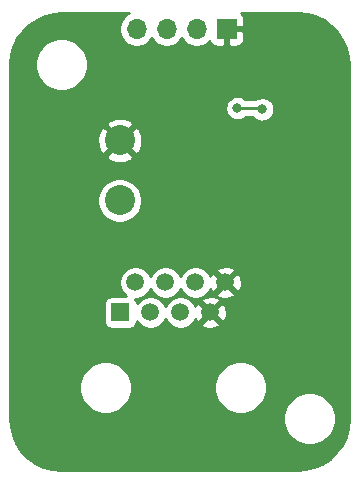
<source format=gbr>
%TF.GenerationSoftware,KiCad,Pcbnew,5.1.6-1.fc32*%
%TF.CreationDate,2020-09-22T21:16:30+01:00*%
%TF.ProjectId,ACNodeAdaptor,41434e6f-6465-4416-9461-70746f722e6b,rev?*%
%TF.SameCoordinates,Original*%
%TF.FileFunction,Copper,L2,Bot*%
%TF.FilePolarity,Positive*%
%FSLAX46Y46*%
G04 Gerber Fmt 4.6, Leading zero omitted, Abs format (unit mm)*
G04 Created by KiCad (PCBNEW 5.1.6-1.fc32) date 2020-09-22 21:16:30*
%MOMM*%
%LPD*%
G01*
G04 APERTURE LIST*
%TA.AperFunction,ComponentPad*%
%ADD10C,2.540000*%
%TD*%
%TA.AperFunction,ComponentPad*%
%ADD11C,1.500000*%
%TD*%
%TA.AperFunction,ComponentPad*%
%ADD12R,1.500000X1.500000*%
%TD*%
%TA.AperFunction,ComponentPad*%
%ADD13O,1.700000X1.700000*%
%TD*%
%TA.AperFunction,ComponentPad*%
%ADD14R,1.700000X1.700000*%
%TD*%
%TA.AperFunction,ViaPad*%
%ADD15C,0.800000*%
%TD*%
%TA.AperFunction,Conductor*%
%ADD16C,0.250000*%
%TD*%
%TA.AperFunction,Conductor*%
%ADD17C,0.254000*%
%TD*%
G04 APERTURE END LIST*
D10*
%TO.P,J1,2*%
%TO.N,+12V*%
X139950000Y-86520000D03*
%TO.P,J1,1*%
%TO.N,GND*%
X139950000Y-81440000D03*
%TD*%
D11*
%TO.P,J3,8*%
%TO.N,GND*%
X148890000Y-93460000D03*
%TO.P,J3,7*%
X147620000Y-96000000D03*
%TO.P,J3,6*%
%TO.N,Net-(J3-Pad6)*%
X146350000Y-93460000D03*
%TO.P,J3,5*%
%TO.N,+12V*%
X145080000Y-96000000D03*
%TO.P,J3,4*%
X143810000Y-93460000D03*
%TO.P,J3,3*%
%TO.N,Net-(J3-Pad3)*%
X142540000Y-96000000D03*
%TO.P,J3,2*%
%TO.N,Net-(J3-Pad2)*%
X141270000Y-93460000D03*
D12*
%TO.P,J3,1*%
%TO.N,Net-(J3-Pad1)*%
X140000000Y-96000000D03*
%TD*%
D13*
%TO.P,J2,4*%
%TO.N,Net-(J2-Pad4)*%
X141380000Y-72000000D03*
%TO.P,J2,3*%
%TO.N,Net-(J2-Pad3)*%
X143920000Y-72000000D03*
%TO.P,J2,2*%
%TO.N,+5V*%
X146460000Y-72000000D03*
D14*
%TO.P,J2,1*%
%TO.N,GND*%
X149000000Y-72000000D03*
%TD*%
D15*
%TO.N,GND*%
X147000000Y-80000000D03*
X158000000Y-82000000D03*
X152200000Y-80100000D03*
%TO.N,Net-(J2-Pad3)*%
X149900000Y-78700000D03*
X152000000Y-78800000D03*
%TD*%
D16*
%TO.N,Net-(J2-Pad3)*%
X149900000Y-78700000D02*
X151900000Y-78700000D01*
X151900000Y-78700000D02*
X152000000Y-78800000D01*
%TD*%
D17*
%TO.N,GND*%
G36*
X140676589Y-70684010D02*
G01*
X140433368Y-70846525D01*
X140226525Y-71053368D01*
X140064010Y-71296589D01*
X139952068Y-71566842D01*
X139895000Y-71853740D01*
X139895000Y-72146260D01*
X139952068Y-72433158D01*
X140064010Y-72703411D01*
X140226525Y-72946632D01*
X140433368Y-73153475D01*
X140676589Y-73315990D01*
X140946842Y-73427932D01*
X141233740Y-73485000D01*
X141526260Y-73485000D01*
X141813158Y-73427932D01*
X142083411Y-73315990D01*
X142326632Y-73153475D01*
X142533475Y-72946632D01*
X142650000Y-72772240D01*
X142766525Y-72946632D01*
X142973368Y-73153475D01*
X143216589Y-73315990D01*
X143486842Y-73427932D01*
X143773740Y-73485000D01*
X144066260Y-73485000D01*
X144353158Y-73427932D01*
X144623411Y-73315990D01*
X144866632Y-73153475D01*
X145073475Y-72946632D01*
X145190000Y-72772240D01*
X145306525Y-72946632D01*
X145513368Y-73153475D01*
X145756589Y-73315990D01*
X146026842Y-73427932D01*
X146313740Y-73485000D01*
X146606260Y-73485000D01*
X146893158Y-73427932D01*
X147163411Y-73315990D01*
X147406632Y-73153475D01*
X147538487Y-73021620D01*
X147560498Y-73094180D01*
X147619463Y-73204494D01*
X147698815Y-73301185D01*
X147795506Y-73380537D01*
X147905820Y-73439502D01*
X148025518Y-73475812D01*
X148150000Y-73488072D01*
X148714250Y-73485000D01*
X148873000Y-73326250D01*
X148873000Y-72127000D01*
X149127000Y-72127000D01*
X149127000Y-73326250D01*
X149285750Y-73485000D01*
X149850000Y-73488072D01*
X149974482Y-73475812D01*
X150094180Y-73439502D01*
X150204494Y-73380537D01*
X150301185Y-73301185D01*
X150380537Y-73204494D01*
X150439502Y-73094180D01*
X150475812Y-72974482D01*
X150488072Y-72850000D01*
X150485000Y-72285750D01*
X150326250Y-72127000D01*
X149127000Y-72127000D01*
X148873000Y-72127000D01*
X148853000Y-72127000D01*
X148853000Y-71873000D01*
X148873000Y-71873000D01*
X148873000Y-71853000D01*
X149127000Y-71853000D01*
X149127000Y-71873000D01*
X150326250Y-71873000D01*
X150485000Y-71714250D01*
X150488072Y-71150000D01*
X150475812Y-71025518D01*
X150439502Y-70905820D01*
X150380537Y-70795506D01*
X150301185Y-70698815D01*
X150253889Y-70660000D01*
X154970608Y-70660000D01*
X155768083Y-70731173D01*
X156511891Y-70934656D01*
X157207905Y-71266638D01*
X157834130Y-71716626D01*
X158370777Y-72270403D01*
X158800871Y-72910451D01*
X159110829Y-73616553D01*
X159292065Y-74371457D01*
X159340000Y-75024207D01*
X159340001Y-104970597D01*
X159268827Y-105768083D01*
X159065344Y-106511890D01*
X158733363Y-107207904D01*
X158283374Y-107834130D01*
X157729597Y-108370777D01*
X157089549Y-108800871D01*
X156383447Y-109110829D01*
X155628543Y-109292065D01*
X154975793Y-109340000D01*
X135029392Y-109340000D01*
X134231917Y-109268827D01*
X133488110Y-109065344D01*
X132792096Y-108733363D01*
X132165870Y-108283374D01*
X131629223Y-107729597D01*
X131199129Y-107089549D01*
X130889171Y-106383447D01*
X130707935Y-105628543D01*
X130660000Y-104975793D01*
X130660000Y-104779872D01*
X153765000Y-104779872D01*
X153765000Y-105220128D01*
X153850890Y-105651925D01*
X154019369Y-106058669D01*
X154263962Y-106424729D01*
X154575271Y-106736038D01*
X154941331Y-106980631D01*
X155348075Y-107149110D01*
X155779872Y-107235000D01*
X156220128Y-107235000D01*
X156651925Y-107149110D01*
X157058669Y-106980631D01*
X157424729Y-106736038D01*
X157736038Y-106424729D01*
X157980631Y-106058669D01*
X158149110Y-105651925D01*
X158235000Y-105220128D01*
X158235000Y-104779872D01*
X158149110Y-104348075D01*
X157980631Y-103941331D01*
X157736038Y-103575271D01*
X157424729Y-103263962D01*
X157058669Y-103019369D01*
X156651925Y-102850890D01*
X156220128Y-102765000D01*
X155779872Y-102765000D01*
X155348075Y-102850890D01*
X154941331Y-103019369D01*
X154575271Y-103263962D01*
X154263962Y-103575271D01*
X154019369Y-103941331D01*
X153850890Y-104348075D01*
X153765000Y-104779872D01*
X130660000Y-104779872D01*
X130660000Y-102129872D01*
X136495000Y-102129872D01*
X136495000Y-102570128D01*
X136580890Y-103001925D01*
X136749369Y-103408669D01*
X136993962Y-103774729D01*
X137305271Y-104086038D01*
X137671331Y-104330631D01*
X138078075Y-104499110D01*
X138509872Y-104585000D01*
X138950128Y-104585000D01*
X139381925Y-104499110D01*
X139788669Y-104330631D01*
X140154729Y-104086038D01*
X140466038Y-103774729D01*
X140710631Y-103408669D01*
X140879110Y-103001925D01*
X140965000Y-102570128D01*
X140965000Y-102129872D01*
X147925000Y-102129872D01*
X147925000Y-102570128D01*
X148010890Y-103001925D01*
X148179369Y-103408669D01*
X148423962Y-103774729D01*
X148735271Y-104086038D01*
X149101331Y-104330631D01*
X149508075Y-104499110D01*
X149939872Y-104585000D01*
X150380128Y-104585000D01*
X150811925Y-104499110D01*
X151218669Y-104330631D01*
X151584729Y-104086038D01*
X151896038Y-103774729D01*
X152140631Y-103408669D01*
X152309110Y-103001925D01*
X152395000Y-102570128D01*
X152395000Y-102129872D01*
X152309110Y-101698075D01*
X152140631Y-101291331D01*
X151896038Y-100925271D01*
X151584729Y-100613962D01*
X151218669Y-100369369D01*
X150811925Y-100200890D01*
X150380128Y-100115000D01*
X149939872Y-100115000D01*
X149508075Y-100200890D01*
X149101331Y-100369369D01*
X148735271Y-100613962D01*
X148423962Y-100925271D01*
X148179369Y-101291331D01*
X148010890Y-101698075D01*
X147925000Y-102129872D01*
X140965000Y-102129872D01*
X140879110Y-101698075D01*
X140710631Y-101291331D01*
X140466038Y-100925271D01*
X140154729Y-100613962D01*
X139788669Y-100369369D01*
X139381925Y-100200890D01*
X138950128Y-100115000D01*
X138509872Y-100115000D01*
X138078075Y-100200890D01*
X137671331Y-100369369D01*
X137305271Y-100613962D01*
X136993962Y-100925271D01*
X136749369Y-101291331D01*
X136580890Y-101698075D01*
X136495000Y-102129872D01*
X130660000Y-102129872D01*
X130660000Y-95250000D01*
X138611928Y-95250000D01*
X138611928Y-96750000D01*
X138624188Y-96874482D01*
X138660498Y-96994180D01*
X138719463Y-97104494D01*
X138798815Y-97201185D01*
X138895506Y-97280537D01*
X139005820Y-97339502D01*
X139125518Y-97375812D01*
X139250000Y-97388072D01*
X140750000Y-97388072D01*
X140874482Y-97375812D01*
X140994180Y-97339502D01*
X141104494Y-97280537D01*
X141201185Y-97201185D01*
X141280537Y-97104494D01*
X141339502Y-96994180D01*
X141375812Y-96874482D01*
X141386445Y-96766517D01*
X141464201Y-96882886D01*
X141657114Y-97075799D01*
X141883957Y-97227371D01*
X142136011Y-97331775D01*
X142403589Y-97385000D01*
X142676411Y-97385000D01*
X142943989Y-97331775D01*
X143196043Y-97227371D01*
X143422886Y-97075799D01*
X143615799Y-96882886D01*
X143767371Y-96656043D01*
X143810000Y-96553127D01*
X143852629Y-96656043D01*
X144004201Y-96882886D01*
X144197114Y-97075799D01*
X144423957Y-97227371D01*
X144676011Y-97331775D01*
X144943589Y-97385000D01*
X145216411Y-97385000D01*
X145483989Y-97331775D01*
X145736043Y-97227371D01*
X145962886Y-97075799D01*
X146081692Y-96956993D01*
X146842612Y-96956993D01*
X146908137Y-97195860D01*
X147155116Y-97311760D01*
X147419960Y-97377250D01*
X147692492Y-97389812D01*
X147962238Y-97348965D01*
X148218832Y-97256277D01*
X148331863Y-97195860D01*
X148397388Y-96956993D01*
X147620000Y-96179605D01*
X146842612Y-96956993D01*
X146081692Y-96956993D01*
X146155799Y-96882886D01*
X146307371Y-96656043D01*
X146348511Y-96556721D01*
X146363723Y-96598832D01*
X146424140Y-96711863D01*
X146663007Y-96777388D01*
X147440395Y-96000000D01*
X147799605Y-96000000D01*
X148576993Y-96777388D01*
X148815860Y-96711863D01*
X148931760Y-96464884D01*
X148997250Y-96200040D01*
X149009812Y-95927508D01*
X148968965Y-95657762D01*
X148876277Y-95401168D01*
X148815860Y-95288137D01*
X148576993Y-95222612D01*
X147799605Y-96000000D01*
X147440395Y-96000000D01*
X146663007Y-95222612D01*
X146424140Y-95288137D01*
X146349836Y-95446477D01*
X146307371Y-95343957D01*
X146155799Y-95117114D01*
X146081692Y-95043007D01*
X146842612Y-95043007D01*
X147620000Y-95820395D01*
X148397388Y-95043007D01*
X148331863Y-94804140D01*
X148084884Y-94688240D01*
X147820040Y-94622750D01*
X147547508Y-94610188D01*
X147277762Y-94651035D01*
X147021168Y-94743723D01*
X146908137Y-94804140D01*
X146842612Y-95043007D01*
X146081692Y-95043007D01*
X145962886Y-94924201D01*
X145736043Y-94772629D01*
X145483989Y-94668225D01*
X145216411Y-94615000D01*
X144943589Y-94615000D01*
X144676011Y-94668225D01*
X144423957Y-94772629D01*
X144197114Y-94924201D01*
X144004201Y-95117114D01*
X143852629Y-95343957D01*
X143810000Y-95446873D01*
X143767371Y-95343957D01*
X143615799Y-95117114D01*
X143422886Y-94924201D01*
X143196043Y-94772629D01*
X142943989Y-94668225D01*
X142676411Y-94615000D01*
X142403589Y-94615000D01*
X142136011Y-94668225D01*
X141883957Y-94772629D01*
X141657114Y-94924201D01*
X141464201Y-95117114D01*
X141386445Y-95233483D01*
X141375812Y-95125518D01*
X141339502Y-95005820D01*
X141280537Y-94895506D01*
X141239088Y-94845000D01*
X141406411Y-94845000D01*
X141673989Y-94791775D01*
X141926043Y-94687371D01*
X142152886Y-94535799D01*
X142345799Y-94342886D01*
X142497371Y-94116043D01*
X142540000Y-94013127D01*
X142582629Y-94116043D01*
X142734201Y-94342886D01*
X142927114Y-94535799D01*
X143153957Y-94687371D01*
X143406011Y-94791775D01*
X143673589Y-94845000D01*
X143946411Y-94845000D01*
X144213989Y-94791775D01*
X144466043Y-94687371D01*
X144692886Y-94535799D01*
X144885799Y-94342886D01*
X145037371Y-94116043D01*
X145080000Y-94013127D01*
X145122629Y-94116043D01*
X145274201Y-94342886D01*
X145467114Y-94535799D01*
X145693957Y-94687371D01*
X145946011Y-94791775D01*
X146213589Y-94845000D01*
X146486411Y-94845000D01*
X146753989Y-94791775D01*
X147006043Y-94687371D01*
X147232886Y-94535799D01*
X147351692Y-94416993D01*
X148112612Y-94416993D01*
X148178137Y-94655860D01*
X148425116Y-94771760D01*
X148689960Y-94837250D01*
X148962492Y-94849812D01*
X149232238Y-94808965D01*
X149488832Y-94716277D01*
X149601863Y-94655860D01*
X149667388Y-94416993D01*
X148890000Y-93639605D01*
X148112612Y-94416993D01*
X147351692Y-94416993D01*
X147425799Y-94342886D01*
X147577371Y-94116043D01*
X147618511Y-94016721D01*
X147633723Y-94058832D01*
X147694140Y-94171863D01*
X147933007Y-94237388D01*
X148710395Y-93460000D01*
X149069605Y-93460000D01*
X149846993Y-94237388D01*
X150085860Y-94171863D01*
X150201760Y-93924884D01*
X150267250Y-93660040D01*
X150279812Y-93387508D01*
X150238965Y-93117762D01*
X150146277Y-92861168D01*
X150085860Y-92748137D01*
X149846993Y-92682612D01*
X149069605Y-93460000D01*
X148710395Y-93460000D01*
X147933007Y-92682612D01*
X147694140Y-92748137D01*
X147619836Y-92906477D01*
X147577371Y-92803957D01*
X147425799Y-92577114D01*
X147351692Y-92503007D01*
X148112612Y-92503007D01*
X148890000Y-93280395D01*
X149667388Y-92503007D01*
X149601863Y-92264140D01*
X149354884Y-92148240D01*
X149090040Y-92082750D01*
X148817508Y-92070188D01*
X148547762Y-92111035D01*
X148291168Y-92203723D01*
X148178137Y-92264140D01*
X148112612Y-92503007D01*
X147351692Y-92503007D01*
X147232886Y-92384201D01*
X147006043Y-92232629D01*
X146753989Y-92128225D01*
X146486411Y-92075000D01*
X146213589Y-92075000D01*
X145946011Y-92128225D01*
X145693957Y-92232629D01*
X145467114Y-92384201D01*
X145274201Y-92577114D01*
X145122629Y-92803957D01*
X145080000Y-92906873D01*
X145037371Y-92803957D01*
X144885799Y-92577114D01*
X144692886Y-92384201D01*
X144466043Y-92232629D01*
X144213989Y-92128225D01*
X143946411Y-92075000D01*
X143673589Y-92075000D01*
X143406011Y-92128225D01*
X143153957Y-92232629D01*
X142927114Y-92384201D01*
X142734201Y-92577114D01*
X142582629Y-92803957D01*
X142540000Y-92906873D01*
X142497371Y-92803957D01*
X142345799Y-92577114D01*
X142152886Y-92384201D01*
X141926043Y-92232629D01*
X141673989Y-92128225D01*
X141406411Y-92075000D01*
X141133589Y-92075000D01*
X140866011Y-92128225D01*
X140613957Y-92232629D01*
X140387114Y-92384201D01*
X140194201Y-92577114D01*
X140042629Y-92803957D01*
X139938225Y-93056011D01*
X139885000Y-93323589D01*
X139885000Y-93596411D01*
X139938225Y-93863989D01*
X140042629Y-94116043D01*
X140194201Y-94342886D01*
X140387114Y-94535799D01*
X140501049Y-94611928D01*
X139250000Y-94611928D01*
X139125518Y-94624188D01*
X139005820Y-94660498D01*
X138895506Y-94719463D01*
X138798815Y-94798815D01*
X138719463Y-94895506D01*
X138660498Y-95005820D01*
X138624188Y-95125518D01*
X138611928Y-95250000D01*
X130660000Y-95250000D01*
X130660000Y-86332374D01*
X138045000Y-86332374D01*
X138045000Y-86707626D01*
X138118209Y-87075668D01*
X138261811Y-87422356D01*
X138470290Y-87734366D01*
X138735634Y-87999710D01*
X139047644Y-88208189D01*
X139394332Y-88351791D01*
X139762374Y-88425000D01*
X140137626Y-88425000D01*
X140505668Y-88351791D01*
X140852356Y-88208189D01*
X141164366Y-87999710D01*
X141429710Y-87734366D01*
X141638189Y-87422356D01*
X141781791Y-87075668D01*
X141855000Y-86707626D01*
X141855000Y-86332374D01*
X141781791Y-85964332D01*
X141638189Y-85617644D01*
X141429710Y-85305634D01*
X141164366Y-85040290D01*
X140852356Y-84831811D01*
X140505668Y-84688209D01*
X140137626Y-84615000D01*
X139762374Y-84615000D01*
X139394332Y-84688209D01*
X139047644Y-84831811D01*
X138735634Y-85040290D01*
X138470290Y-85305634D01*
X138261811Y-85617644D01*
X138118209Y-85964332D01*
X138045000Y-86332374D01*
X130660000Y-86332374D01*
X130660000Y-82767852D01*
X138801753Y-82767852D01*
X138930076Y-83059871D01*
X139265695Y-83227723D01*
X139627611Y-83326874D01*
X140001916Y-83353514D01*
X140374227Y-83306618D01*
X140730235Y-83187988D01*
X140969924Y-83059871D01*
X141098247Y-82767852D01*
X139950000Y-81619605D01*
X138801753Y-82767852D01*
X130660000Y-82767852D01*
X130660000Y-81491916D01*
X138036486Y-81491916D01*
X138083382Y-81864227D01*
X138202012Y-82220235D01*
X138330129Y-82459924D01*
X138622148Y-82588247D01*
X139770395Y-81440000D01*
X140129605Y-81440000D01*
X141277852Y-82588247D01*
X141569871Y-82459924D01*
X141737723Y-82124305D01*
X141836874Y-81762389D01*
X141863514Y-81388084D01*
X141816618Y-81015773D01*
X141697988Y-80659765D01*
X141569871Y-80420076D01*
X141277852Y-80291753D01*
X140129605Y-81440000D01*
X139770395Y-81440000D01*
X138622148Y-80291753D01*
X138330129Y-80420076D01*
X138162277Y-80755695D01*
X138063126Y-81117611D01*
X138036486Y-81491916D01*
X130660000Y-81491916D01*
X130660000Y-80112148D01*
X138801753Y-80112148D01*
X139950000Y-81260395D01*
X141098247Y-80112148D01*
X140969924Y-79820129D01*
X140634305Y-79652277D01*
X140272389Y-79553126D01*
X139898084Y-79526486D01*
X139525773Y-79573382D01*
X139169765Y-79692012D01*
X138930076Y-79820129D01*
X138801753Y-80112148D01*
X130660000Y-80112148D01*
X130660000Y-78598061D01*
X148865000Y-78598061D01*
X148865000Y-78801939D01*
X148904774Y-79001898D01*
X148982795Y-79190256D01*
X149096063Y-79359774D01*
X149240226Y-79503937D01*
X149409744Y-79617205D01*
X149598102Y-79695226D01*
X149798061Y-79735000D01*
X150001939Y-79735000D01*
X150201898Y-79695226D01*
X150390256Y-79617205D01*
X150559774Y-79503937D01*
X150603711Y-79460000D01*
X151196289Y-79460000D01*
X151340226Y-79603937D01*
X151509744Y-79717205D01*
X151698102Y-79795226D01*
X151898061Y-79835000D01*
X152101939Y-79835000D01*
X152301898Y-79795226D01*
X152490256Y-79717205D01*
X152659774Y-79603937D01*
X152803937Y-79459774D01*
X152917205Y-79290256D01*
X152995226Y-79101898D01*
X153035000Y-78901939D01*
X153035000Y-78698061D01*
X152995226Y-78498102D01*
X152917205Y-78309744D01*
X152803937Y-78140226D01*
X152659774Y-77996063D01*
X152490256Y-77882795D01*
X152301898Y-77804774D01*
X152101939Y-77765000D01*
X151898061Y-77765000D01*
X151698102Y-77804774D01*
X151509744Y-77882795D01*
X151424130Y-77940000D01*
X150603711Y-77940000D01*
X150559774Y-77896063D01*
X150390256Y-77782795D01*
X150201898Y-77704774D01*
X150001939Y-77665000D01*
X149798061Y-77665000D01*
X149598102Y-77704774D01*
X149409744Y-77782795D01*
X149240226Y-77896063D01*
X149096063Y-78040226D01*
X148982795Y-78209744D01*
X148904774Y-78398102D01*
X148865000Y-78598061D01*
X130660000Y-78598061D01*
X130660000Y-75029392D01*
X130682269Y-74779872D01*
X132765000Y-74779872D01*
X132765000Y-75220128D01*
X132850890Y-75651925D01*
X133019369Y-76058669D01*
X133263962Y-76424729D01*
X133575271Y-76736038D01*
X133941331Y-76980631D01*
X134348075Y-77149110D01*
X134779872Y-77235000D01*
X135220128Y-77235000D01*
X135651925Y-77149110D01*
X136058669Y-76980631D01*
X136424729Y-76736038D01*
X136736038Y-76424729D01*
X136980631Y-76058669D01*
X137149110Y-75651925D01*
X137235000Y-75220128D01*
X137235000Y-74779872D01*
X137149110Y-74348075D01*
X136980631Y-73941331D01*
X136736038Y-73575271D01*
X136424729Y-73263962D01*
X136058669Y-73019369D01*
X135651925Y-72850890D01*
X135220128Y-72765000D01*
X134779872Y-72765000D01*
X134348075Y-72850890D01*
X133941331Y-73019369D01*
X133575271Y-73263962D01*
X133263962Y-73575271D01*
X133019369Y-73941331D01*
X132850890Y-74348075D01*
X132765000Y-74779872D01*
X130682269Y-74779872D01*
X130731173Y-74231917D01*
X130934656Y-73488109D01*
X131266638Y-72792095D01*
X131716626Y-72165870D01*
X132270403Y-71629223D01*
X132910451Y-71199129D01*
X133616553Y-70889171D01*
X134371457Y-70707935D01*
X135024207Y-70660000D01*
X140734555Y-70660000D01*
X140676589Y-70684010D01*
G37*
X140676589Y-70684010D02*
X140433368Y-70846525D01*
X140226525Y-71053368D01*
X140064010Y-71296589D01*
X139952068Y-71566842D01*
X139895000Y-71853740D01*
X139895000Y-72146260D01*
X139952068Y-72433158D01*
X140064010Y-72703411D01*
X140226525Y-72946632D01*
X140433368Y-73153475D01*
X140676589Y-73315990D01*
X140946842Y-73427932D01*
X141233740Y-73485000D01*
X141526260Y-73485000D01*
X141813158Y-73427932D01*
X142083411Y-73315990D01*
X142326632Y-73153475D01*
X142533475Y-72946632D01*
X142650000Y-72772240D01*
X142766525Y-72946632D01*
X142973368Y-73153475D01*
X143216589Y-73315990D01*
X143486842Y-73427932D01*
X143773740Y-73485000D01*
X144066260Y-73485000D01*
X144353158Y-73427932D01*
X144623411Y-73315990D01*
X144866632Y-73153475D01*
X145073475Y-72946632D01*
X145190000Y-72772240D01*
X145306525Y-72946632D01*
X145513368Y-73153475D01*
X145756589Y-73315990D01*
X146026842Y-73427932D01*
X146313740Y-73485000D01*
X146606260Y-73485000D01*
X146893158Y-73427932D01*
X147163411Y-73315990D01*
X147406632Y-73153475D01*
X147538487Y-73021620D01*
X147560498Y-73094180D01*
X147619463Y-73204494D01*
X147698815Y-73301185D01*
X147795506Y-73380537D01*
X147905820Y-73439502D01*
X148025518Y-73475812D01*
X148150000Y-73488072D01*
X148714250Y-73485000D01*
X148873000Y-73326250D01*
X148873000Y-72127000D01*
X149127000Y-72127000D01*
X149127000Y-73326250D01*
X149285750Y-73485000D01*
X149850000Y-73488072D01*
X149974482Y-73475812D01*
X150094180Y-73439502D01*
X150204494Y-73380537D01*
X150301185Y-73301185D01*
X150380537Y-73204494D01*
X150439502Y-73094180D01*
X150475812Y-72974482D01*
X150488072Y-72850000D01*
X150485000Y-72285750D01*
X150326250Y-72127000D01*
X149127000Y-72127000D01*
X148873000Y-72127000D01*
X148853000Y-72127000D01*
X148853000Y-71873000D01*
X148873000Y-71873000D01*
X148873000Y-71853000D01*
X149127000Y-71853000D01*
X149127000Y-71873000D01*
X150326250Y-71873000D01*
X150485000Y-71714250D01*
X150488072Y-71150000D01*
X150475812Y-71025518D01*
X150439502Y-70905820D01*
X150380537Y-70795506D01*
X150301185Y-70698815D01*
X150253889Y-70660000D01*
X154970608Y-70660000D01*
X155768083Y-70731173D01*
X156511891Y-70934656D01*
X157207905Y-71266638D01*
X157834130Y-71716626D01*
X158370777Y-72270403D01*
X158800871Y-72910451D01*
X159110829Y-73616553D01*
X159292065Y-74371457D01*
X159340000Y-75024207D01*
X159340001Y-104970597D01*
X159268827Y-105768083D01*
X159065344Y-106511890D01*
X158733363Y-107207904D01*
X158283374Y-107834130D01*
X157729597Y-108370777D01*
X157089549Y-108800871D01*
X156383447Y-109110829D01*
X155628543Y-109292065D01*
X154975793Y-109340000D01*
X135029392Y-109340000D01*
X134231917Y-109268827D01*
X133488110Y-109065344D01*
X132792096Y-108733363D01*
X132165870Y-108283374D01*
X131629223Y-107729597D01*
X131199129Y-107089549D01*
X130889171Y-106383447D01*
X130707935Y-105628543D01*
X130660000Y-104975793D01*
X130660000Y-104779872D01*
X153765000Y-104779872D01*
X153765000Y-105220128D01*
X153850890Y-105651925D01*
X154019369Y-106058669D01*
X154263962Y-106424729D01*
X154575271Y-106736038D01*
X154941331Y-106980631D01*
X155348075Y-107149110D01*
X155779872Y-107235000D01*
X156220128Y-107235000D01*
X156651925Y-107149110D01*
X157058669Y-106980631D01*
X157424729Y-106736038D01*
X157736038Y-106424729D01*
X157980631Y-106058669D01*
X158149110Y-105651925D01*
X158235000Y-105220128D01*
X158235000Y-104779872D01*
X158149110Y-104348075D01*
X157980631Y-103941331D01*
X157736038Y-103575271D01*
X157424729Y-103263962D01*
X157058669Y-103019369D01*
X156651925Y-102850890D01*
X156220128Y-102765000D01*
X155779872Y-102765000D01*
X155348075Y-102850890D01*
X154941331Y-103019369D01*
X154575271Y-103263962D01*
X154263962Y-103575271D01*
X154019369Y-103941331D01*
X153850890Y-104348075D01*
X153765000Y-104779872D01*
X130660000Y-104779872D01*
X130660000Y-102129872D01*
X136495000Y-102129872D01*
X136495000Y-102570128D01*
X136580890Y-103001925D01*
X136749369Y-103408669D01*
X136993962Y-103774729D01*
X137305271Y-104086038D01*
X137671331Y-104330631D01*
X138078075Y-104499110D01*
X138509872Y-104585000D01*
X138950128Y-104585000D01*
X139381925Y-104499110D01*
X139788669Y-104330631D01*
X140154729Y-104086038D01*
X140466038Y-103774729D01*
X140710631Y-103408669D01*
X140879110Y-103001925D01*
X140965000Y-102570128D01*
X140965000Y-102129872D01*
X147925000Y-102129872D01*
X147925000Y-102570128D01*
X148010890Y-103001925D01*
X148179369Y-103408669D01*
X148423962Y-103774729D01*
X148735271Y-104086038D01*
X149101331Y-104330631D01*
X149508075Y-104499110D01*
X149939872Y-104585000D01*
X150380128Y-104585000D01*
X150811925Y-104499110D01*
X151218669Y-104330631D01*
X151584729Y-104086038D01*
X151896038Y-103774729D01*
X152140631Y-103408669D01*
X152309110Y-103001925D01*
X152395000Y-102570128D01*
X152395000Y-102129872D01*
X152309110Y-101698075D01*
X152140631Y-101291331D01*
X151896038Y-100925271D01*
X151584729Y-100613962D01*
X151218669Y-100369369D01*
X150811925Y-100200890D01*
X150380128Y-100115000D01*
X149939872Y-100115000D01*
X149508075Y-100200890D01*
X149101331Y-100369369D01*
X148735271Y-100613962D01*
X148423962Y-100925271D01*
X148179369Y-101291331D01*
X148010890Y-101698075D01*
X147925000Y-102129872D01*
X140965000Y-102129872D01*
X140879110Y-101698075D01*
X140710631Y-101291331D01*
X140466038Y-100925271D01*
X140154729Y-100613962D01*
X139788669Y-100369369D01*
X139381925Y-100200890D01*
X138950128Y-100115000D01*
X138509872Y-100115000D01*
X138078075Y-100200890D01*
X137671331Y-100369369D01*
X137305271Y-100613962D01*
X136993962Y-100925271D01*
X136749369Y-101291331D01*
X136580890Y-101698075D01*
X136495000Y-102129872D01*
X130660000Y-102129872D01*
X130660000Y-95250000D01*
X138611928Y-95250000D01*
X138611928Y-96750000D01*
X138624188Y-96874482D01*
X138660498Y-96994180D01*
X138719463Y-97104494D01*
X138798815Y-97201185D01*
X138895506Y-97280537D01*
X139005820Y-97339502D01*
X139125518Y-97375812D01*
X139250000Y-97388072D01*
X140750000Y-97388072D01*
X140874482Y-97375812D01*
X140994180Y-97339502D01*
X141104494Y-97280537D01*
X141201185Y-97201185D01*
X141280537Y-97104494D01*
X141339502Y-96994180D01*
X141375812Y-96874482D01*
X141386445Y-96766517D01*
X141464201Y-96882886D01*
X141657114Y-97075799D01*
X141883957Y-97227371D01*
X142136011Y-97331775D01*
X142403589Y-97385000D01*
X142676411Y-97385000D01*
X142943989Y-97331775D01*
X143196043Y-97227371D01*
X143422886Y-97075799D01*
X143615799Y-96882886D01*
X143767371Y-96656043D01*
X143810000Y-96553127D01*
X143852629Y-96656043D01*
X144004201Y-96882886D01*
X144197114Y-97075799D01*
X144423957Y-97227371D01*
X144676011Y-97331775D01*
X144943589Y-97385000D01*
X145216411Y-97385000D01*
X145483989Y-97331775D01*
X145736043Y-97227371D01*
X145962886Y-97075799D01*
X146081692Y-96956993D01*
X146842612Y-96956993D01*
X146908137Y-97195860D01*
X147155116Y-97311760D01*
X147419960Y-97377250D01*
X147692492Y-97389812D01*
X147962238Y-97348965D01*
X148218832Y-97256277D01*
X148331863Y-97195860D01*
X148397388Y-96956993D01*
X147620000Y-96179605D01*
X146842612Y-96956993D01*
X146081692Y-96956993D01*
X146155799Y-96882886D01*
X146307371Y-96656043D01*
X146348511Y-96556721D01*
X146363723Y-96598832D01*
X146424140Y-96711863D01*
X146663007Y-96777388D01*
X147440395Y-96000000D01*
X147799605Y-96000000D01*
X148576993Y-96777388D01*
X148815860Y-96711863D01*
X148931760Y-96464884D01*
X148997250Y-96200040D01*
X149009812Y-95927508D01*
X148968965Y-95657762D01*
X148876277Y-95401168D01*
X148815860Y-95288137D01*
X148576993Y-95222612D01*
X147799605Y-96000000D01*
X147440395Y-96000000D01*
X146663007Y-95222612D01*
X146424140Y-95288137D01*
X146349836Y-95446477D01*
X146307371Y-95343957D01*
X146155799Y-95117114D01*
X146081692Y-95043007D01*
X146842612Y-95043007D01*
X147620000Y-95820395D01*
X148397388Y-95043007D01*
X148331863Y-94804140D01*
X148084884Y-94688240D01*
X147820040Y-94622750D01*
X147547508Y-94610188D01*
X147277762Y-94651035D01*
X147021168Y-94743723D01*
X146908137Y-94804140D01*
X146842612Y-95043007D01*
X146081692Y-95043007D01*
X145962886Y-94924201D01*
X145736043Y-94772629D01*
X145483989Y-94668225D01*
X145216411Y-94615000D01*
X144943589Y-94615000D01*
X144676011Y-94668225D01*
X144423957Y-94772629D01*
X144197114Y-94924201D01*
X144004201Y-95117114D01*
X143852629Y-95343957D01*
X143810000Y-95446873D01*
X143767371Y-95343957D01*
X143615799Y-95117114D01*
X143422886Y-94924201D01*
X143196043Y-94772629D01*
X142943989Y-94668225D01*
X142676411Y-94615000D01*
X142403589Y-94615000D01*
X142136011Y-94668225D01*
X141883957Y-94772629D01*
X141657114Y-94924201D01*
X141464201Y-95117114D01*
X141386445Y-95233483D01*
X141375812Y-95125518D01*
X141339502Y-95005820D01*
X141280537Y-94895506D01*
X141239088Y-94845000D01*
X141406411Y-94845000D01*
X141673989Y-94791775D01*
X141926043Y-94687371D01*
X142152886Y-94535799D01*
X142345799Y-94342886D01*
X142497371Y-94116043D01*
X142540000Y-94013127D01*
X142582629Y-94116043D01*
X142734201Y-94342886D01*
X142927114Y-94535799D01*
X143153957Y-94687371D01*
X143406011Y-94791775D01*
X143673589Y-94845000D01*
X143946411Y-94845000D01*
X144213989Y-94791775D01*
X144466043Y-94687371D01*
X144692886Y-94535799D01*
X144885799Y-94342886D01*
X145037371Y-94116043D01*
X145080000Y-94013127D01*
X145122629Y-94116043D01*
X145274201Y-94342886D01*
X145467114Y-94535799D01*
X145693957Y-94687371D01*
X145946011Y-94791775D01*
X146213589Y-94845000D01*
X146486411Y-94845000D01*
X146753989Y-94791775D01*
X147006043Y-94687371D01*
X147232886Y-94535799D01*
X147351692Y-94416993D01*
X148112612Y-94416993D01*
X148178137Y-94655860D01*
X148425116Y-94771760D01*
X148689960Y-94837250D01*
X148962492Y-94849812D01*
X149232238Y-94808965D01*
X149488832Y-94716277D01*
X149601863Y-94655860D01*
X149667388Y-94416993D01*
X148890000Y-93639605D01*
X148112612Y-94416993D01*
X147351692Y-94416993D01*
X147425799Y-94342886D01*
X147577371Y-94116043D01*
X147618511Y-94016721D01*
X147633723Y-94058832D01*
X147694140Y-94171863D01*
X147933007Y-94237388D01*
X148710395Y-93460000D01*
X149069605Y-93460000D01*
X149846993Y-94237388D01*
X150085860Y-94171863D01*
X150201760Y-93924884D01*
X150267250Y-93660040D01*
X150279812Y-93387508D01*
X150238965Y-93117762D01*
X150146277Y-92861168D01*
X150085860Y-92748137D01*
X149846993Y-92682612D01*
X149069605Y-93460000D01*
X148710395Y-93460000D01*
X147933007Y-92682612D01*
X147694140Y-92748137D01*
X147619836Y-92906477D01*
X147577371Y-92803957D01*
X147425799Y-92577114D01*
X147351692Y-92503007D01*
X148112612Y-92503007D01*
X148890000Y-93280395D01*
X149667388Y-92503007D01*
X149601863Y-92264140D01*
X149354884Y-92148240D01*
X149090040Y-92082750D01*
X148817508Y-92070188D01*
X148547762Y-92111035D01*
X148291168Y-92203723D01*
X148178137Y-92264140D01*
X148112612Y-92503007D01*
X147351692Y-92503007D01*
X147232886Y-92384201D01*
X147006043Y-92232629D01*
X146753989Y-92128225D01*
X146486411Y-92075000D01*
X146213589Y-92075000D01*
X145946011Y-92128225D01*
X145693957Y-92232629D01*
X145467114Y-92384201D01*
X145274201Y-92577114D01*
X145122629Y-92803957D01*
X145080000Y-92906873D01*
X145037371Y-92803957D01*
X144885799Y-92577114D01*
X144692886Y-92384201D01*
X144466043Y-92232629D01*
X144213989Y-92128225D01*
X143946411Y-92075000D01*
X143673589Y-92075000D01*
X143406011Y-92128225D01*
X143153957Y-92232629D01*
X142927114Y-92384201D01*
X142734201Y-92577114D01*
X142582629Y-92803957D01*
X142540000Y-92906873D01*
X142497371Y-92803957D01*
X142345799Y-92577114D01*
X142152886Y-92384201D01*
X141926043Y-92232629D01*
X141673989Y-92128225D01*
X141406411Y-92075000D01*
X141133589Y-92075000D01*
X140866011Y-92128225D01*
X140613957Y-92232629D01*
X140387114Y-92384201D01*
X140194201Y-92577114D01*
X140042629Y-92803957D01*
X139938225Y-93056011D01*
X139885000Y-93323589D01*
X139885000Y-93596411D01*
X139938225Y-93863989D01*
X140042629Y-94116043D01*
X140194201Y-94342886D01*
X140387114Y-94535799D01*
X140501049Y-94611928D01*
X139250000Y-94611928D01*
X139125518Y-94624188D01*
X139005820Y-94660498D01*
X138895506Y-94719463D01*
X138798815Y-94798815D01*
X138719463Y-94895506D01*
X138660498Y-95005820D01*
X138624188Y-95125518D01*
X138611928Y-95250000D01*
X130660000Y-95250000D01*
X130660000Y-86332374D01*
X138045000Y-86332374D01*
X138045000Y-86707626D01*
X138118209Y-87075668D01*
X138261811Y-87422356D01*
X138470290Y-87734366D01*
X138735634Y-87999710D01*
X139047644Y-88208189D01*
X139394332Y-88351791D01*
X139762374Y-88425000D01*
X140137626Y-88425000D01*
X140505668Y-88351791D01*
X140852356Y-88208189D01*
X141164366Y-87999710D01*
X141429710Y-87734366D01*
X141638189Y-87422356D01*
X141781791Y-87075668D01*
X141855000Y-86707626D01*
X141855000Y-86332374D01*
X141781791Y-85964332D01*
X141638189Y-85617644D01*
X141429710Y-85305634D01*
X141164366Y-85040290D01*
X140852356Y-84831811D01*
X140505668Y-84688209D01*
X140137626Y-84615000D01*
X139762374Y-84615000D01*
X139394332Y-84688209D01*
X139047644Y-84831811D01*
X138735634Y-85040290D01*
X138470290Y-85305634D01*
X138261811Y-85617644D01*
X138118209Y-85964332D01*
X138045000Y-86332374D01*
X130660000Y-86332374D01*
X130660000Y-82767852D01*
X138801753Y-82767852D01*
X138930076Y-83059871D01*
X139265695Y-83227723D01*
X139627611Y-83326874D01*
X140001916Y-83353514D01*
X140374227Y-83306618D01*
X140730235Y-83187988D01*
X140969924Y-83059871D01*
X141098247Y-82767852D01*
X139950000Y-81619605D01*
X138801753Y-82767852D01*
X130660000Y-82767852D01*
X130660000Y-81491916D01*
X138036486Y-81491916D01*
X138083382Y-81864227D01*
X138202012Y-82220235D01*
X138330129Y-82459924D01*
X138622148Y-82588247D01*
X139770395Y-81440000D01*
X140129605Y-81440000D01*
X141277852Y-82588247D01*
X141569871Y-82459924D01*
X141737723Y-82124305D01*
X141836874Y-81762389D01*
X141863514Y-81388084D01*
X141816618Y-81015773D01*
X141697988Y-80659765D01*
X141569871Y-80420076D01*
X141277852Y-80291753D01*
X140129605Y-81440000D01*
X139770395Y-81440000D01*
X138622148Y-80291753D01*
X138330129Y-80420076D01*
X138162277Y-80755695D01*
X138063126Y-81117611D01*
X138036486Y-81491916D01*
X130660000Y-81491916D01*
X130660000Y-80112148D01*
X138801753Y-80112148D01*
X139950000Y-81260395D01*
X141098247Y-80112148D01*
X140969924Y-79820129D01*
X140634305Y-79652277D01*
X140272389Y-79553126D01*
X139898084Y-79526486D01*
X139525773Y-79573382D01*
X139169765Y-79692012D01*
X138930076Y-79820129D01*
X138801753Y-80112148D01*
X130660000Y-80112148D01*
X130660000Y-78598061D01*
X148865000Y-78598061D01*
X148865000Y-78801939D01*
X148904774Y-79001898D01*
X148982795Y-79190256D01*
X149096063Y-79359774D01*
X149240226Y-79503937D01*
X149409744Y-79617205D01*
X149598102Y-79695226D01*
X149798061Y-79735000D01*
X150001939Y-79735000D01*
X150201898Y-79695226D01*
X150390256Y-79617205D01*
X150559774Y-79503937D01*
X150603711Y-79460000D01*
X151196289Y-79460000D01*
X151340226Y-79603937D01*
X151509744Y-79717205D01*
X151698102Y-79795226D01*
X151898061Y-79835000D01*
X152101939Y-79835000D01*
X152301898Y-79795226D01*
X152490256Y-79717205D01*
X152659774Y-79603937D01*
X152803937Y-79459774D01*
X152917205Y-79290256D01*
X152995226Y-79101898D01*
X153035000Y-78901939D01*
X153035000Y-78698061D01*
X152995226Y-78498102D01*
X152917205Y-78309744D01*
X152803937Y-78140226D01*
X152659774Y-77996063D01*
X152490256Y-77882795D01*
X152301898Y-77804774D01*
X152101939Y-77765000D01*
X151898061Y-77765000D01*
X151698102Y-77804774D01*
X151509744Y-77882795D01*
X151424130Y-77940000D01*
X150603711Y-77940000D01*
X150559774Y-77896063D01*
X150390256Y-77782795D01*
X150201898Y-77704774D01*
X150001939Y-77665000D01*
X149798061Y-77665000D01*
X149598102Y-77704774D01*
X149409744Y-77782795D01*
X149240226Y-77896063D01*
X149096063Y-78040226D01*
X148982795Y-78209744D01*
X148904774Y-78398102D01*
X148865000Y-78598061D01*
X130660000Y-78598061D01*
X130660000Y-75029392D01*
X130682269Y-74779872D01*
X132765000Y-74779872D01*
X132765000Y-75220128D01*
X132850890Y-75651925D01*
X133019369Y-76058669D01*
X133263962Y-76424729D01*
X133575271Y-76736038D01*
X133941331Y-76980631D01*
X134348075Y-77149110D01*
X134779872Y-77235000D01*
X135220128Y-77235000D01*
X135651925Y-77149110D01*
X136058669Y-76980631D01*
X136424729Y-76736038D01*
X136736038Y-76424729D01*
X136980631Y-76058669D01*
X137149110Y-75651925D01*
X137235000Y-75220128D01*
X137235000Y-74779872D01*
X137149110Y-74348075D01*
X136980631Y-73941331D01*
X136736038Y-73575271D01*
X136424729Y-73263962D01*
X136058669Y-73019369D01*
X135651925Y-72850890D01*
X135220128Y-72765000D01*
X134779872Y-72765000D01*
X134348075Y-72850890D01*
X133941331Y-73019369D01*
X133575271Y-73263962D01*
X133263962Y-73575271D01*
X133019369Y-73941331D01*
X132850890Y-74348075D01*
X132765000Y-74779872D01*
X130682269Y-74779872D01*
X130731173Y-74231917D01*
X130934656Y-73488109D01*
X131266638Y-72792095D01*
X131716626Y-72165870D01*
X132270403Y-71629223D01*
X132910451Y-71199129D01*
X133616553Y-70889171D01*
X134371457Y-70707935D01*
X135024207Y-70660000D01*
X140734555Y-70660000D01*
X140676589Y-70684010D01*
%TD*%
M02*

</source>
